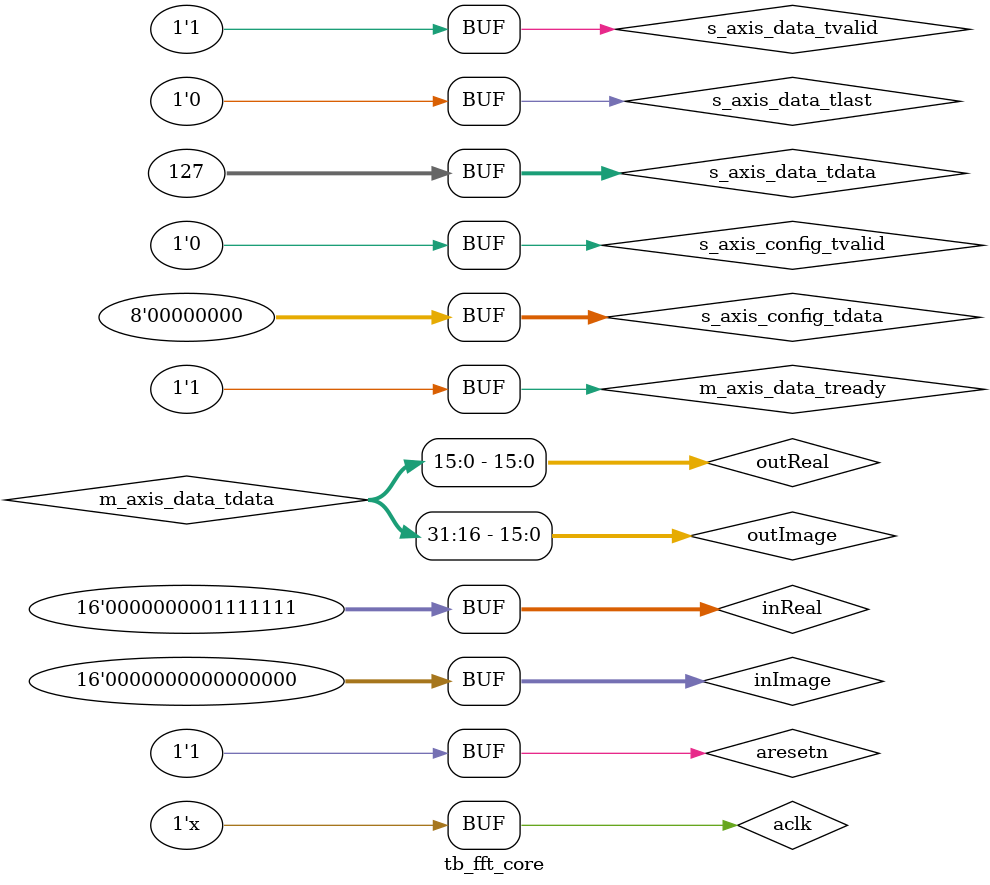
<source format=v>
`timescale 1ns / 1ps


module tb_fft_core;

	// Inputs
	reg aclk;
	reg aresetn;
	reg s_axis_config_tvalid;
	reg s_axis_data_tvalid;
	reg s_axis_data_tlast;
	reg m_axis_data_tready;
	reg [7:0] s_axis_config_tdata;
	reg [15:0] inImage;
	reg [15:0] inReal;
	wire [31:0] s_axis_data_tdata={inImage,inReal};

	// Outputs
	wire s_axis_config_tready;
	wire s_axis_data_tready;
	wire m_axis_data_tvalid;
	wire m_axis_data_tlast;
	wire event_frame_started;
	wire event_tlast_unexpected;
	wire event_tlast_missing;
	wire event_status_channel_halt;
	wire event_data_in_channel_halt;
	wire event_data_out_channel_halt;
	wire [31:0] m_axis_data_tdata;
	wire signed[15:0] outReal = m_axis_data_tdata[15:0];
	wire signed[15:0] outImage = m_axis_data_tdata[31:16];

	// Instantiate the Unit Under Test (UUT)
	fft_core uut (
		.aclk(aclk), 
		.aresetn(aresetn), 
		.s_axis_config_tvalid(s_axis_config_tvalid), 
		.s_axis_data_tvalid(s_axis_data_tvalid), 
		.s_axis_data_tlast(s_axis_data_tlast), 
		.m_axis_data_tready(m_axis_data_tready), 
		.s_axis_config_tready(s_axis_config_tready), 
		.s_axis_data_tready(s_axis_data_tready), 
		.m_axis_data_tvalid(m_axis_data_tvalid), 
		.m_axis_data_tlast(m_axis_data_tlast), 
		.event_frame_started(event_frame_started), 
		.event_tlast_unexpected(event_tlast_unexpected), 
		.event_tlast_missing(event_tlast_missing), 
		.event_status_channel_halt(event_status_channel_halt), 
		.event_data_in_channel_halt(event_data_in_channel_halt), 
		.event_data_out_channel_halt(event_data_out_channel_halt), 
		.s_axis_config_tdata(s_axis_config_tdata), 
		.s_axis_data_tdata(s_axis_data_tdata), 
		.m_axis_data_tdata(m_axis_data_tdata)
	);

	initial begin
		// Initialize Inputs
		aclk = 0;
		aresetn = 0;
		s_axis_config_tvalid = 0;
		s_axis_data_tvalid = 0;
		s_axis_data_tlast = 0;
		m_axis_data_tready = 0;
		s_axis_config_tdata = 0;
		inReal = 0;
		inImage = 0;
		// Wait 100 ns for global reset to finish
		#100;
        
		// Add stimulus here
		aresetn = 1;
		s_axis_data_tvalid = 1;
		m_axis_data_tready = 1;
#2 inReal=128;
#2 inReal=127;
#2 inReal=127;
#2 inReal=126;
#2 inReal=125;
#2 inReal=124;
#2 inReal=122;
#2 inReal=120;
#2 inReal=118;
#2 inReal=115;
#2 inReal=112;
#2 inReal=109;
#2 inReal=106;
#2 inReal=102;
#2 inReal=98;
#2 inReal=94;
#2 inReal=90;
#2 inReal=85;
#2 inReal=81;
#2 inReal=76;
#2 inReal=71;
#2 inReal=65;
#2 inReal=60;
#2 inReal=54;
#2 inReal=48;
#2 inReal=43;
#2 inReal=37;
#2 inReal=31;
#2 inReal=24;
#2 inReal=18;
#2 inReal=12;
#2 inReal=6;
#2 inReal=0;
#2 inReal=-6;
#2 inReal=-12;
#2 inReal=-18;
#2 inReal=-24;
#2 inReal=-31;
#2 inReal=-37;
#2 inReal=-43;
#2 inReal=-48;
#2 inReal=-54;
#2 inReal=-60;
#2 inReal=-65;
#2 inReal=-71;
#2 inReal=-76;
#2 inReal=-81;
#2 inReal=-85;
#2 inReal=-90;
#2 inReal=-94;
#2 inReal=-98;
#2 inReal=-102;
#2 inReal=-106;
#2 inReal=-109;
#2 inReal=-112;
#2 inReal=-115;
#2 inReal=-118;
#2 inReal=-120;
#2 inReal=-122;
#2 inReal=-124;
#2 inReal=-125;
#2 inReal=-126;
#2 inReal=-127;
#2 inReal=-127;
#2 inReal=-127;
#2 inReal=-127;
#2 inReal=-127;
#2 inReal=-126;
#2 inReal=-125;
#2 inReal=-124;
#2 inReal=-122;
#2 inReal=-120;
#2 inReal=-118;
#2 inReal=-115;
#2 inReal=-112;
#2 inReal=-109;
#2 inReal=-106;
#2 inReal=-102;
#2 inReal=-98;
#2 inReal=-94;
#2 inReal=-90;
#2 inReal=-85;
#2 inReal=-81;
#2 inReal=-76;
#2 inReal=-71;
#2 inReal=-65;
#2 inReal=-60;
#2 inReal=-54;
#2 inReal=-48;
#2 inReal=-43;
#2 inReal=-37;
#2 inReal=-31;
#2 inReal=-24;
#2 inReal=-18;
#2 inReal=-12;
#2 inReal=-6;
#2 inReal=0;
#2 inReal=6;
#2 inReal=12;
#2 inReal=18;
#2 inReal=24;
#2 inReal=31;
#2 inReal=37;
#2 inReal=43;
#2 inReal=48;
#2 inReal=54;
#2 inReal=60;
#2 inReal=65;
#2 inReal=71;
#2 inReal=76;
#2 inReal=81;
#2 inReal=85;
#2 inReal=90;
#2 inReal=94;
#2 inReal=98;
#2 inReal=102;
#2 inReal=106;
#2 inReal=109;
#2 inReal=112;
#2 inReal=115;
#2 inReal=118;
#2 inReal=120;
#2 inReal=122;
#2 inReal=124;
#2 inReal=125;
#2 inReal=126;
#2 inReal=127;
#2 inReal=127;


#2 inReal=128;
#2 inReal=127;
#2 inReal=127;
#2 inReal=126;
#2 inReal=125;
#2 inReal=124;
#2 inReal=122;
#2 inReal=120;
#2 inReal=118;
#2 inReal=115;
#2 inReal=112;
#2 inReal=109;
#2 inReal=106;
#2 inReal=102;
#2 inReal=98;
#2 inReal=94;
#2 inReal=90;
#2 inReal=85;
#2 inReal=81;
#2 inReal=76;
#2 inReal=71;
#2 inReal=65;
#2 inReal=60;
#2 inReal=54;
#2 inReal=48;
#2 inReal=43;
#2 inReal=37;
#2 inReal=31;
#2 inReal=24;
#2 inReal=18;
#2 inReal=12;
#2 inReal=6;
#2 inReal=0;
#2 inReal=-6;
#2 inReal=-12;
#2 inReal=-18;
#2 inReal=-24;
#2 inReal=-31;
#2 inReal=-37;
#2 inReal=-43;
#2 inReal=-48;
#2 inReal=-54;
#2 inReal=-60;
#2 inReal=-65;
#2 inReal=-71;
#2 inReal=-76;
#2 inReal=-81;
#2 inReal=-85;
#2 inReal=-90;
#2 inReal=-94;
#2 inReal=-98;
#2 inReal=-102;
#2 inReal=-106;
#2 inReal=-109;
#2 inReal=-112;
#2 inReal=-115;
#2 inReal=-118;
#2 inReal=-120;
#2 inReal=-122;
#2 inReal=-124;
#2 inReal=-125;
#2 inReal=-126;
#2 inReal=-127;
#2 inReal=-127;
#2 inReal=-127;
#2 inReal=-127;
#2 inReal=-127;
#2 inReal=-126;
#2 inReal=-125;
#2 inReal=-124;
#2 inReal=-122;
#2 inReal=-120;
#2 inReal=-118;
#2 inReal=-115;
#2 inReal=-112;
#2 inReal=-109;
#2 inReal=-106;
#2 inReal=-102;
#2 inReal=-98;
#2 inReal=-94;
#2 inReal=-90;
#2 inReal=-85;
#2 inReal=-81;
#2 inReal=-76;
#2 inReal=-71;
#2 inReal=-65;
#2 inReal=-60;
#2 inReal=-54;
#2 inReal=-48;
#2 inReal=-43;
#2 inReal=-37;
#2 inReal=-31;
#2 inReal=-24;
#2 inReal=-18;
#2 inReal=-12;
#2 inReal=-6;
#2 inReal=0;
#2 inReal=6;
#2 inReal=12;
#2 inReal=18;
#2 inReal=24;
#2 inReal=31;
#2 inReal=37;
#2 inReal=43;
#2 inReal=48;
#2 inReal=54;
#2 inReal=60;
#2 inReal=65;
#2 inReal=71;
#2 inReal=76;
#2 inReal=81;
#2 inReal=85;
#2 inReal=90;
#2 inReal=94;
#2 inReal=98;
#2 inReal=102;
#2 inReal=106;
#2 inReal=109;
#2 inReal=112;
#2 inReal=115;
#2 inReal=118;
#2 inReal=120;
#2 inReal=122;
#2 inReal=124;
#2 inReal=125;
#2 inReal=126;
#2 inReal=127;
#2 inReal=127;

#2 inReal=128;
#2 inReal=127;
#2 inReal=127;
#2 inReal=126;
#2 inReal=125;
#2 inReal=124;
#2 inReal=122;
#2 inReal=120;
#2 inReal=118;
#2 inReal=115;
#2 inReal=112;
#2 inReal=109;
#2 inReal=106;
#2 inReal=102;
#2 inReal=98;
#2 inReal=94;
#2 inReal=90;
#2 inReal=85;
#2 inReal=81;
#2 inReal=76;
#2 inReal=71;
#2 inReal=65;
#2 inReal=60;
#2 inReal=54;
#2 inReal=48;
#2 inReal=43;
#2 inReal=37;
#2 inReal=31;
#2 inReal=24;
#2 inReal=18;
#2 inReal=12;
#2 inReal=6;
#2 inReal=0;
#2 inReal=-6;
#2 inReal=-12;
#2 inReal=-18;
#2 inReal=-24;
#2 inReal=-31;
#2 inReal=-37;
#2 inReal=-43;
#2 inReal=-48;
#2 inReal=-54;
#2 inReal=-60;
#2 inReal=-65;
#2 inReal=-71;
#2 inReal=-76;
#2 inReal=-81;
#2 inReal=-85;
#2 inReal=-90;
#2 inReal=-94;
#2 inReal=-98;
#2 inReal=-102;
#2 inReal=-106;
#2 inReal=-109;
#2 inReal=-112;
#2 inReal=-115;
#2 inReal=-118;
#2 inReal=-120;
#2 inReal=-122;
#2 inReal=-124;
#2 inReal=-125;
#2 inReal=-126;
#2 inReal=-127;
#2 inReal=-127;
#2 inReal=-127;
#2 inReal=-127;
#2 inReal=-127;
#2 inReal=-126;
#2 inReal=-125;
#2 inReal=-124;
#2 inReal=-122;
#2 inReal=-120;
#2 inReal=-118;
#2 inReal=-115;
#2 inReal=-112;
#2 inReal=-109;
#2 inReal=-106;
#2 inReal=-102;
#2 inReal=-98;
#2 inReal=-94;
#2 inReal=-90;
#2 inReal=-85;
#2 inReal=-81;
#2 inReal=-76;
#2 inReal=-71;
#2 inReal=-65;
#2 inReal=-60;
#2 inReal=-54;
#2 inReal=-48;
#2 inReal=-43;
#2 inReal=-37;
#2 inReal=-31;
#2 inReal=-24;
#2 inReal=-18;
#2 inReal=-12;
#2 inReal=-6;
#2 inReal=0;
#2 inReal=6;
#2 inReal=12;
#2 inReal=18;
#2 inReal=24;
#2 inReal=31;
#2 inReal=37;
#2 inReal=43;
#2 inReal=48;
#2 inReal=54;
#2 inReal=60;
#2 inReal=65;
#2 inReal=71;
#2 inReal=76;
#2 inReal=81;
#2 inReal=85;
#2 inReal=90;
#2 inReal=94;
#2 inReal=98;
#2 inReal=102;
#2 inReal=106;
#2 inReal=109;
#2 inReal=112;
#2 inReal=115;
#2 inReal=118;
#2 inReal=120;
#2 inReal=122;
#2 inReal=124;
#2 inReal=125;
#2 inReal=126;
#2 inReal=127;
#2 inReal=127;

#2 inReal=128;
#2 inReal=127;
#2 inReal=127;
#2 inReal=126;
#2 inReal=125;
#2 inReal=124;
#2 inReal=122;
#2 inReal=120;
#2 inReal=118;
#2 inReal=115;
#2 inReal=112;
#2 inReal=109;
#2 inReal=106;
#2 inReal=102;
#2 inReal=98;
#2 inReal=94;
#2 inReal=90;
#2 inReal=85;
#2 inReal=81;
#2 inReal=76;
#2 inReal=71;
#2 inReal=65;
#2 inReal=60;
#2 inReal=54;
#2 inReal=48;
#2 inReal=43;
#2 inReal=37;
#2 inReal=31;
#2 inReal=24;
#2 inReal=18;
#2 inReal=12;
#2 inReal=6;
#2 inReal=0;
#2 inReal=-6;
#2 inReal=-12;
#2 inReal=-18;
#2 inReal=-24;
#2 inReal=-31;
#2 inReal=-37;
#2 inReal=-43;
#2 inReal=-48;
#2 inReal=-54;
#2 inReal=-60;
#2 inReal=-65;
#2 inReal=-71;
#2 inReal=-76;
#2 inReal=-81;
#2 inReal=-85;
#2 inReal=-90;
#2 inReal=-94;
#2 inReal=-98;
#2 inReal=-102;
#2 inReal=-106;
#2 inReal=-109;
#2 inReal=-112;
#2 inReal=-115;
#2 inReal=-118;
#2 inReal=-120;
#2 inReal=-122;
#2 inReal=-124;
#2 inReal=-125;
#2 inReal=-126;
#2 inReal=-127;
#2 inReal=-127;
#2 inReal=-127;
#2 inReal=-127;
#2 inReal=-127;
#2 inReal=-126;
#2 inReal=-125;
#2 inReal=-124;
#2 inReal=-122;
#2 inReal=-120;
#2 inReal=-118;
#2 inReal=-115;
#2 inReal=-112;
#2 inReal=-109;
#2 inReal=-106;
#2 inReal=-102;
#2 inReal=-98;
#2 inReal=-94;
#2 inReal=-90;
#2 inReal=-85;
#2 inReal=-81;
#2 inReal=-76;
#2 inReal=-71;
#2 inReal=-65;
#2 inReal=-60;
#2 inReal=-54;
#2 inReal=-48;
#2 inReal=-43;
#2 inReal=-37;
#2 inReal=-31;
#2 inReal=-24;
#2 inReal=-18;
#2 inReal=-12;
#2 inReal=-6;
#2 inReal=0;
#2 inReal=6;
#2 inReal=12;
#2 inReal=18;
#2 inReal=24;
#2 inReal=31;
#2 inReal=37;
#2 inReal=43;
#2 inReal=48;
#2 inReal=54;
#2 inReal=60;
#2 inReal=65;
#2 inReal=71;
#2 inReal=76;
#2 inReal=81;
#2 inReal=85;
#2 inReal=90;
#2 inReal=94;
#2 inReal=98;
#2 inReal=102;
#2 inReal=106;
#2 inReal=109;
#2 inReal=112;
#2 inReal=115;
#2 inReal=118;
#2 inReal=120;
#2 inReal=122;
#2 inReal=124;
#2 inReal=125;
#2 inReal=126;
#2 inReal=127;
#2 inReal=127;

#2 inReal=128;
#2 inReal=127;
#2 inReal=127;
#2 inReal=126;
#2 inReal=125;
#2 inReal=124;
#2 inReal=122;
#2 inReal=120;
#2 inReal=118;
#2 inReal=115;
#2 inReal=112;
#2 inReal=109;
#2 inReal=106;
#2 inReal=102;
#2 inReal=98;
#2 inReal=94;
#2 inReal=90;
#2 inReal=85;
#2 inReal=81;
#2 inReal=76;
#2 inReal=71;
#2 inReal=65;
#2 inReal=60;
#2 inReal=54;
#2 inReal=48;
#2 inReal=43;
#2 inReal=37;
#2 inReal=31;
#2 inReal=24;
#2 inReal=18;
#2 inReal=12;
#2 inReal=6;
#2 inReal=0;
#2 inReal=-6;
#2 inReal=-12;
#2 inReal=-18;
#2 inReal=-24;
#2 inReal=-31;
#2 inReal=-37;
#2 inReal=-43;
#2 inReal=-48;
#2 inReal=-54;
#2 inReal=-60;
#2 inReal=-65;
#2 inReal=-71;
#2 inReal=-76;
#2 inReal=-81;
#2 inReal=-85;
#2 inReal=-90;
#2 inReal=-94;
#2 inReal=-98;
#2 inReal=-102;
#2 inReal=-106;
#2 inReal=-109;
#2 inReal=-112;
#2 inReal=-115;
#2 inReal=-118;
#2 inReal=-120;
#2 inReal=-122;
#2 inReal=-124;
#2 inReal=-125;
#2 inReal=-126;
#2 inReal=-127;
#2 inReal=-127;
#2 inReal=-127;
#2 inReal=-127;
#2 inReal=-127;
#2 inReal=-126;
#2 inReal=-125;
#2 inReal=-124;
#2 inReal=-122;
#2 inReal=-120;
#2 inReal=-118;
#2 inReal=-115;
#2 inReal=-112;
#2 inReal=-109;
#2 inReal=-106;
#2 inReal=-102;
#2 inReal=-98;
#2 inReal=-94;
#2 inReal=-90;
#2 inReal=-85;
#2 inReal=-81;
#2 inReal=-76;
#2 inReal=-71;
#2 inReal=-65;
#2 inReal=-60;
#2 inReal=-54;
#2 inReal=-48;
#2 inReal=-43;
#2 inReal=-37;
#2 inReal=-31;
#2 inReal=-24;
#2 inReal=-18;
#2 inReal=-12;
#2 inReal=-6;
#2 inReal=0;
#2 inReal=6;
#2 inReal=12;
#2 inReal=18;
#2 inReal=24;
#2 inReal=31;
#2 inReal=37;
#2 inReal=43;
#2 inReal=48;
#2 inReal=54;
#2 inReal=60;
#2 inReal=65;
#2 inReal=71;
#2 inReal=76;
#2 inReal=81;
#2 inReal=85;
#2 inReal=90;
#2 inReal=94;
#2 inReal=98;
#2 inReal=102;
#2 inReal=106;
#2 inReal=109;
#2 inReal=112;
#2 inReal=115;
#2 inReal=118;
#2 inReal=120;
#2 inReal=122;
#2 inReal=124;
#2 inReal=125;
#2 inReal=126;
#2 inReal=127;
#2 inReal=127;

#2 inReal=128;
#2 inReal=127;
#2 inReal=127;
#2 inReal=126;
#2 inReal=125;
#2 inReal=124;
#2 inReal=122;
#2 inReal=120;
#2 inReal=118;
#2 inReal=115;
#2 inReal=112;
#2 inReal=109;
#2 inReal=106;
#2 inReal=102;
#2 inReal=98;
#2 inReal=94;
#2 inReal=90;
#2 inReal=85;
#2 inReal=81;
#2 inReal=76;
#2 inReal=71;
#2 inReal=65;
#2 inReal=60;
#2 inReal=54;
#2 inReal=48;
#2 inReal=43;
#2 inReal=37;
#2 inReal=31;
#2 inReal=24;
#2 inReal=18;
#2 inReal=12;
#2 inReal=6;
#2 inReal=0;
#2 inReal=-6;
#2 inReal=-12;
#2 inReal=-18;
#2 inReal=-24;
#2 inReal=-31;
#2 inReal=-37;
#2 inReal=-43;
#2 inReal=-48;
#2 inReal=-54;
#2 inReal=-60;
#2 inReal=-65;
#2 inReal=-71;
#2 inReal=-76;
#2 inReal=-81;
#2 inReal=-85;
#2 inReal=-90;
#2 inReal=-94;
#2 inReal=-98;
#2 inReal=-102;
#2 inReal=-106;
#2 inReal=-109;
#2 inReal=-112;
#2 inReal=-115;
#2 inReal=-118;
#2 inReal=-120;
#2 inReal=-122;
#2 inReal=-124;
#2 inReal=-125;
#2 inReal=-126;
#2 inReal=-127;
#2 inReal=-127;
#2 inReal=-127;
#2 inReal=-127;
#2 inReal=-127;
#2 inReal=-126;
#2 inReal=-125;
#2 inReal=-124;
#2 inReal=-122;
#2 inReal=-120;
#2 inReal=-118;
#2 inReal=-115;
#2 inReal=-112;
#2 inReal=-109;
#2 inReal=-106;
#2 inReal=-102;
#2 inReal=-98;
#2 inReal=-94;
#2 inReal=-90;
#2 inReal=-85;
#2 inReal=-81;
#2 inReal=-76;
#2 inReal=-71;
#2 inReal=-65;
#2 inReal=-60;
#2 inReal=-54;
#2 inReal=-48;
#2 inReal=-43;
#2 inReal=-37;
#2 inReal=-31;
#2 inReal=-24;
#2 inReal=-18;
#2 inReal=-12;
#2 inReal=-6;
#2 inReal=0;
#2 inReal=6;
#2 inReal=12;
#2 inReal=18;
#2 inReal=24;
#2 inReal=31;
#2 inReal=37;
#2 inReal=43;
#2 inReal=48;
#2 inReal=54;
#2 inReal=60;
#2 inReal=65;
#2 inReal=71;
#2 inReal=76;
#2 inReal=81;
#2 inReal=85;
#2 inReal=90;
#2 inReal=94;
#2 inReal=98;
#2 inReal=102;
#2 inReal=106;
#2 inReal=109;
#2 inReal=112;
#2 inReal=115;
#2 inReal=118;
#2 inReal=120;
#2 inReal=122;
#2 inReal=124;
#2 inReal=125;
#2 inReal=126;
#2 inReal=127;
#2 inReal=127;

#2 inReal=128;
#2 inReal=127;
#2 inReal=127;
#2 inReal=126;
#2 inReal=125;
#2 inReal=124;
#2 inReal=122;
#2 inReal=120;
#2 inReal=118;
#2 inReal=115;
#2 inReal=112;
#2 inReal=109;
#2 inReal=106;
#2 inReal=102;
#2 inReal=98;
#2 inReal=94;
#2 inReal=90;
#2 inReal=85;
#2 inReal=81;
#2 inReal=76;
#2 inReal=71;
#2 inReal=65;
#2 inReal=60;
#2 inReal=54;
#2 inReal=48;
#2 inReal=43;
#2 inReal=37;
#2 inReal=31;
#2 inReal=24;
#2 inReal=18;
#2 inReal=12;
#2 inReal=6;
#2 inReal=0;
#2 inReal=-6;
#2 inReal=-12;
#2 inReal=-18;
#2 inReal=-24;
#2 inReal=-31;
#2 inReal=-37;
#2 inReal=-43;
#2 inReal=-48;
#2 inReal=-54;
#2 inReal=-60;
#2 inReal=-65;
#2 inReal=-71;
#2 inReal=-76;
#2 inReal=-81;
#2 inReal=-85;
#2 inReal=-90;
#2 inReal=-94;
#2 inReal=-98;
#2 inReal=-102;
#2 inReal=-106;
#2 inReal=-109;
#2 inReal=-112;
#2 inReal=-115;
#2 inReal=-118;
#2 inReal=-120;
#2 inReal=-122;
#2 inReal=-124;
#2 inReal=-125;
#2 inReal=-126;
#2 inReal=-127;
#2 inReal=-127;
#2 inReal=-127;
#2 inReal=-127;
#2 inReal=-127;
#2 inReal=-126;
#2 inReal=-125;
#2 inReal=-124;
#2 inReal=-122;
#2 inReal=-120;
#2 inReal=-118;
#2 inReal=-115;
#2 inReal=-112;
#2 inReal=-109;
#2 inReal=-106;
#2 inReal=-102;
#2 inReal=-98;
#2 inReal=-94;
#2 inReal=-90;
#2 inReal=-85;
#2 inReal=-81;
#2 inReal=-76;
#2 inReal=-71;
#2 inReal=-65;
#2 inReal=-60;
#2 inReal=-54;
#2 inReal=-48;
#2 inReal=-43;
#2 inReal=-37;
#2 inReal=-31;
#2 inReal=-24;
#2 inReal=-18;
#2 inReal=-12;
#2 inReal=-6;
#2 inReal=0;
#2 inReal=6;
#2 inReal=12;
#2 inReal=18;
#2 inReal=24;
#2 inReal=31;
#2 inReal=37;
#2 inReal=43;
#2 inReal=48;
#2 inReal=54;
#2 inReal=60;
#2 inReal=65;
#2 inReal=71;
#2 inReal=76;
#2 inReal=81;
#2 inReal=85;
#2 inReal=90;
#2 inReal=94;
#2 inReal=98;
#2 inReal=102;
#2 inReal=106;
#2 inReal=109;
#2 inReal=112;
#2 inReal=115;
#2 inReal=118;
#2 inReal=120;
#2 inReal=122;
#2 inReal=124;
#2 inReal=125;
#2 inReal=126;
#2 inReal=127;
#2 inReal=127;

#2 inReal=128;
#2 inReal=127;
#2 inReal=127;
#2 inReal=126;
#2 inReal=125;
#2 inReal=124;
#2 inReal=122;
#2 inReal=120;
#2 inReal=118;
#2 inReal=115;
#2 inReal=112;
#2 inReal=109;
#2 inReal=106;
#2 inReal=102;
#2 inReal=98;
#2 inReal=94;
#2 inReal=90;
#2 inReal=85;
#2 inReal=81;
#2 inReal=76;
#2 inReal=71;
#2 inReal=65;
#2 inReal=60;
#2 inReal=54;
#2 inReal=48;
#2 inReal=43;
#2 inReal=37;
#2 inReal=31;
#2 inReal=24;
#2 inReal=18;
#2 inReal=12;
#2 inReal=6;
#2 inReal=0;
#2 inReal=-6;
#2 inReal=-12;
#2 inReal=-18;
#2 inReal=-24;
#2 inReal=-31;
#2 inReal=-37;
#2 inReal=-43;
#2 inReal=-48;
#2 inReal=-54;
#2 inReal=-60;
#2 inReal=-65;
#2 inReal=-71;
#2 inReal=-76;
#2 inReal=-81;
#2 inReal=-85;
#2 inReal=-90;
#2 inReal=-94;
#2 inReal=-98;
#2 inReal=-102;
#2 inReal=-106;
#2 inReal=-109;
#2 inReal=-112;
#2 inReal=-115;
#2 inReal=-118;
#2 inReal=-120;
#2 inReal=-122;
#2 inReal=-124;
#2 inReal=-125;
#2 inReal=-126;
#2 inReal=-127;
#2 inReal=-127;
#2 inReal=-127;
#2 inReal=-127;
#2 inReal=-127;
#2 inReal=-126;
#2 inReal=-125;
#2 inReal=-124;
#2 inReal=-122;
#2 inReal=-120;
#2 inReal=-118;
#2 inReal=-115;
#2 inReal=-112;
#2 inReal=-109;
#2 inReal=-106;
#2 inReal=-102;
#2 inReal=-98;
#2 inReal=-94;
#2 inReal=-90;
#2 inReal=-85;
#2 inReal=-81;
#2 inReal=-76;
#2 inReal=-71;
#2 inReal=-65;
#2 inReal=-60;
#2 inReal=-54;
#2 inReal=-48;
#2 inReal=-43;
#2 inReal=-37;
#2 inReal=-31;
#2 inReal=-24;
#2 inReal=-18;
#2 inReal=-12;
#2 inReal=-6;
#2 inReal=0;
#2 inReal=6;
#2 inReal=12;
#2 inReal=18;
#2 inReal=24;
#2 inReal=31;
#2 inReal=37;
#2 inReal=43;
#2 inReal=48;
#2 inReal=54;
#2 inReal=60;
#2 inReal=65;
#2 inReal=71;
#2 inReal=76;
#2 inReal=81;
#2 inReal=85;
#2 inReal=90;
#2 inReal=94;
#2 inReal=98;
#2 inReal=102;
#2 inReal=106;
#2 inReal=109;
#2 inReal=112;
#2 inReal=115;
#2 inReal=118;
#2 inReal=120;
#2 inReal=122;
#2 inReal=124;
#2 inReal=125;
#2 inReal=126;
#2 inReal=127;
#2 inReal=127;

#2 inReal=128;
#2 inReal=127;
#2 inReal=127;
#2 inReal=126;
#2 inReal=125;
#2 inReal=124;
#2 inReal=122;
#2 inReal=120;
#2 inReal=118;
#2 inReal=115;
#2 inReal=112;
#2 inReal=109;
#2 inReal=106;
#2 inReal=102;
#2 inReal=98;
#2 inReal=94;
#2 inReal=90;
#2 inReal=85;
#2 inReal=81;
#2 inReal=76;
#2 inReal=71;
#2 inReal=65;
#2 inReal=60;
#2 inReal=54;
#2 inReal=48;
#2 inReal=43;
#2 inReal=37;
#2 inReal=31;
#2 inReal=24;
#2 inReal=18;
#2 inReal=12;
#2 inReal=6;
#2 inReal=0;
#2 inReal=-6;
#2 inReal=-12;
#2 inReal=-18;
#2 inReal=-24;
#2 inReal=-31;
#2 inReal=-37;
#2 inReal=-43;
#2 inReal=-48;
#2 inReal=-54;
#2 inReal=-60;
#2 inReal=-65;
#2 inReal=-71;
#2 inReal=-76;
#2 inReal=-81;
#2 inReal=-85;
#2 inReal=-90;
#2 inReal=-94;
#2 inReal=-98;
#2 inReal=-102;
#2 inReal=-106;
#2 inReal=-109;
#2 inReal=-112;
#2 inReal=-115;
#2 inReal=-118;
#2 inReal=-120;
#2 inReal=-122;
#2 inReal=-124;
#2 inReal=-125;
#2 inReal=-126;
#2 inReal=-127;
#2 inReal=-127;
#2 inReal=-127;
#2 inReal=-127;
#2 inReal=-127;
#2 inReal=-126;
#2 inReal=-125;
#2 inReal=-124;
#2 inReal=-122;
#2 inReal=-120;
#2 inReal=-118;
#2 inReal=-115;
#2 inReal=-112;
#2 inReal=-109;
#2 inReal=-106;
#2 inReal=-102;
#2 inReal=-98;
#2 inReal=-94;
#2 inReal=-90;
#2 inReal=-85;
#2 inReal=-81;
#2 inReal=-76;
#2 inReal=-71;
#2 inReal=-65;
#2 inReal=-60;
#2 inReal=-54;
#2 inReal=-48;
#2 inReal=-43;
#2 inReal=-37;
#2 inReal=-31;
#2 inReal=-24;
#2 inReal=-18;
#2 inReal=-12;
#2 inReal=-6;
#2 inReal=0;
#2 inReal=6;
#2 inReal=12;
#2 inReal=18;
#2 inReal=24;
#2 inReal=31;
#2 inReal=37;
#2 inReal=43;
#2 inReal=48;
#2 inReal=54;
#2 inReal=60;
#2 inReal=65;
#2 inReal=71;
#2 inReal=76;
#2 inReal=81;
#2 inReal=85;
#2 inReal=90;
#2 inReal=94;
#2 inReal=98;
#2 inReal=102;
#2 inReal=106;
#2 inReal=109;
#2 inReal=112;
#2 inReal=115;
#2 inReal=118;
#2 inReal=120;
#2 inReal=122;
#2 inReal=124;
#2 inReal=125;
#2 inReal=126;
#2 inReal=127;
#2 inReal=127;
	end
	always #1 aclk = ~ aclk;
	
	always @(posedge aclk) begin
		$display("%d \t outReal\t %d \t outImage\t %d",$time, outReal,outImage);
	end
   
endmodule


</source>
